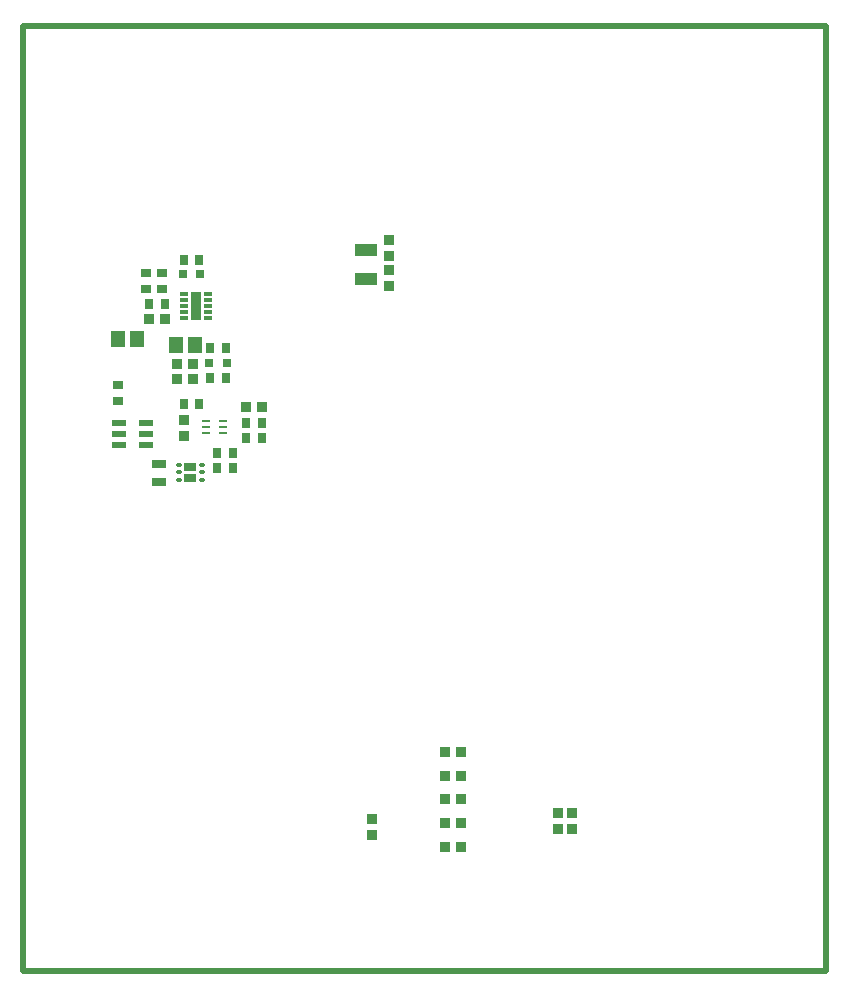
<source format=gbp>
G04 Layer_Color=128*
%FSLAX44Y44*%
%MOMM*%
G71*
G01*
G75*
%ADD25R,0.8000X0.9000*%
%ADD26R,0.9000X0.8000*%
%ADD34R,0.9500X0.8500*%
%ADD35R,0.8500X0.9500*%
%ADD42R,0.8000X0.8000*%
%ADD49C,0.5000*%
%ADD88R,1.9000X1.1000*%
G04:AMPARAMS|DCode=90|XSize=0.3mm|YSize=0.45mm|CornerRadius=0.0495mm|HoleSize=0mm|Usage=FLASHONLY|Rotation=270.000|XOffset=0mm|YOffset=0mm|HoleType=Round|Shape=RoundedRectangle|*
%AMROUNDEDRECTD90*
21,1,0.3000,0.3510,0,0,270.0*
21,1,0.2010,0.4500,0,0,270.0*
1,1,0.0990,-0.1755,-0.1005*
1,1,0.0990,-0.1755,0.1005*
1,1,0.0990,0.1755,0.1005*
1,1,0.0990,0.1755,-0.1005*
%
%ADD90ROUNDEDRECTD90*%
%ADD91R,0.6604X0.3048*%
%ADD92R,0.8382X2.3876*%
%ADD93R,0.7000X0.2500*%
%ADD94R,1.2000X0.8000*%
%ADD95R,1.2000X0.6000*%
%ADD96R,1.3000X1.4500*%
G04:AMPARAMS|DCode=109|XSize=1mm|YSize=0.7mm|CornerRadius=0.049mm|HoleSize=0mm|Usage=FLASHONLY|Rotation=0.000|XOffset=0mm|YOffset=0mm|HoleType=Round|Shape=RoundedRectangle|*
%AMROUNDEDRECTD109*
21,1,1.0000,0.6020,0,0,0.0*
21,1,0.9020,0.7000,0,0,0.0*
1,1,0.0980,0.4510,-0.3010*
1,1,0.0980,-0.4510,-0.3010*
1,1,0.0980,-0.4510,0.3010*
1,1,0.0980,0.4510,0.3010*
%
%ADD109ROUNDEDRECTD109*%
D25*
X164250Y426000D02*
D03*
X177750D02*
D03*
X106840Y565110D02*
D03*
X120340D02*
D03*
X171750Y527500D02*
D03*
X158250D02*
D03*
X135750Y602500D02*
D03*
X149250D02*
D03*
X189000Y464500D02*
D03*
X202500D02*
D03*
Y451500D02*
D03*
X189000D02*
D03*
X135750Y480000D02*
D03*
X149250D02*
D03*
X164250Y439000D02*
D03*
X177750D02*
D03*
X171750Y502500D02*
D03*
X158250D02*
D03*
D26*
X103590Y577360D02*
D03*
Y590860D02*
D03*
X117590D02*
D03*
Y577360D02*
D03*
X80250Y496250D02*
D03*
Y482750D02*
D03*
D34*
X135840Y467110D02*
D03*
Y453610D02*
D03*
X310000Y605250D02*
D03*
Y618750D02*
D03*
Y593750D02*
D03*
Y580250D02*
D03*
X452500Y120750D02*
D03*
Y134250D02*
D03*
X465000Y120750D02*
D03*
Y134250D02*
D03*
X295000Y115750D02*
D03*
Y129250D02*
D03*
D35*
X130250Y501250D02*
D03*
X143750D02*
D03*
X130250Y514250D02*
D03*
X143750D02*
D03*
X106840Y552110D02*
D03*
X120340D02*
D03*
X189000Y477500D02*
D03*
X202500D02*
D03*
X370950Y125500D02*
D03*
X357450D02*
D03*
X370950Y105500D02*
D03*
X357450D02*
D03*
X370950Y145500D02*
D03*
X357450D02*
D03*
X370950Y165500D02*
D03*
X357450D02*
D03*
X370950Y185500D02*
D03*
X357450D02*
D03*
D42*
X135000Y590000D02*
D03*
X150000D02*
D03*
X172500Y515000D02*
D03*
X157500D02*
D03*
D49*
X0Y800000D02*
X680000D01*
Y0D02*
Y800000D01*
X0Y0D02*
X680000D01*
X0D02*
Y800000D01*
D88*
X290500Y586000D02*
D03*
Y611000D02*
D03*
D90*
X151000Y416000D02*
D03*
Y422500D02*
D03*
Y429000D02*
D03*
X131500D02*
D03*
Y422500D02*
D03*
Y416000D02*
D03*
D91*
X136340Y553344D02*
D03*
Y558170D02*
D03*
Y563250D02*
D03*
Y568330D02*
D03*
Y573156D02*
D03*
X156660D02*
D03*
Y568330D02*
D03*
Y563250D02*
D03*
Y558170D02*
D03*
Y553344D02*
D03*
D92*
X146500Y563250D02*
D03*
D93*
X155150Y455500D02*
D03*
Y460500D02*
D03*
Y465500D02*
D03*
X169350Y455500D02*
D03*
Y460500D02*
D03*
Y465500D02*
D03*
D94*
X115000Y414500D02*
D03*
Y429500D02*
D03*
D95*
X81000Y445500D02*
D03*
Y455000D02*
D03*
Y464500D02*
D03*
X104000D02*
D03*
Y455000D02*
D03*
Y445500D02*
D03*
D96*
X80000Y535000D02*
D03*
X96000D02*
D03*
X145500Y530000D02*
D03*
X129500D02*
D03*
D109*
X141250Y427000D02*
D03*
Y418000D02*
D03*
M02*

</source>
